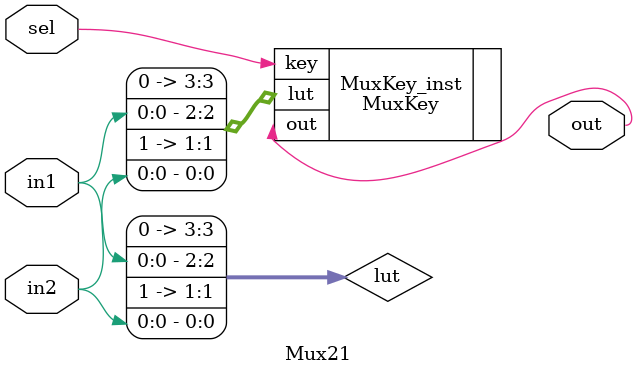
<source format=v>
module Mux21 (
    input wire in1, in2, sel,
    output wire out
);

wire [3:0] lut;
assign lut = {1'b0, in1, 
              1'b1, in2};

MuxKey # (
    .NR_KEY(2),
    .KEY_LEN(1),
    .DATA_LEN(1)
  )
  MuxKey_inst (
    .out(out),
    .key(sel),
    .lut(lut)
  ); 


endmodule

</source>
